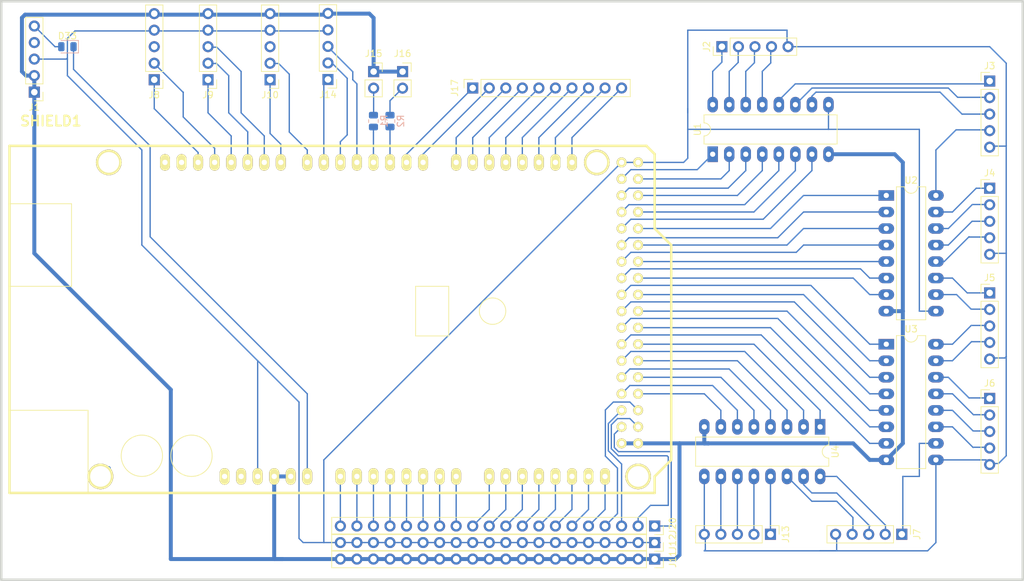
<source format=kicad_pcb>
(kicad_pcb (version 20221018) (generator pcbnew)
  (title_block (date "3 jan 2013"))
  (layers (0 "F.Cu" signal "Zepředu") (31 "B.Cu" signal "Zpět") (35 "F.Paste" user) (37 "F.SilkS" user "F.Silkscreen") (39 "F.Mask" user) (44 "Edge.Cuts" user))
  (net 0 "")
  (net 1 "Net-(SHIELD1-PA6)")
  (net 2 "Net-(SHIELD1-PA5)")
  (net 3 "Net-(SHIELD1-PA4)")
  (net 4 "Net-(SHIELD1-PA3)")
  (net 5 "Net-(SHIELD1-PA2)")
  (net 6 "Net-(SHIELD1-PA1)")
  (net 7 "Net-(SHIELD1-PA0)")
  (net 12 "Net-(D33-A)")
  (net 14 "Net-(J10-Pin_4)")
  (net 15 "Net-(SHIELD1-PA7)")
  (net 16 "Net-(SHIELD1-PC7)")
  (net 17 "Net-(SHIELD1-PC6)")
  (net 18 "Net-(SHIELD1-PC5)")
  (net 19 "Net-(SHIELD1-PC4)")
  (net 20 "Net-(SHIELD1-PC3)")
  (net 21 "Net-(SHIELD1-PC2)")
  (net 22 "Net-(SHIELD1-PC1)")
  (net 23 "Net-(SHIELD1-PC0)")
  (net 24 "Net-(SHIELD1-PD7)")
  (net 25 "Net-(SHIELD1-PG2)")
  (net 26 "Net-(SHIELD1-PG1)")
  (net 27 "Net-(SHIELD1-PG0)")
  (net 28 "Net-(SHIELD1-PL7)")
  (net 29 "Net-(SHIELD1-PL6)")
  (net 30 "Net-(SHIELD1-PL5)")
  (net 31 "Net-(SHIELD1-PL4)")
  (net 32 "Net-(J3-Pin_3)")
  (net 33 "Net-(J3-Pin_2)")
  (net 34 "Net-(J3-Pin_1)")
  (net 35 "Net-(J2-Pin_4)")
  (net 36 "Net-(J2-Pin_3)")
  (net 37 "Net-(J2-Pin_2)")
  (net 38 "Net-(J2-Pin_1)")
  (net 39 "Net-(J5-Pin_2)")
  (net 40 "Net-(J5-Pin_1)")
  (net 41 "Net-(J4-Pin_4)")
  (net 42 "Net-(J4-Pin_3)")
  (net 43 "Net-(J4-Pin_2)")
  (net 44 "Net-(J4-Pin_1)")
  (net 45 "Net-(J3-Pin_4)")
  (net 46 "Net-(J7-Pin_1)")
  (net 47 "Net-(J6-Pin_4)")
  (net 48 "Net-(J6-Pin_3)")
  (net 49 "Net-(J6-Pin_2)")
  (net 50 "Net-(J6-Pin_1)")
  (net 51 "Net-(J5-Pin_4)")
  (net 52 "Net-(J5-Pin_3)")
  (net 53 "Net-(J7-Pin_4)")
  (net 54 "Net-(J7-Pin_3)")
  (net 55 "Net-(J7-Pin_2)")
  (net 56 "Net-(D33-K)")
  (net 57 "Net-(J8-Pin_1)")
  (net 58 "Net-(J8-Pin_2)")
  (net 60 "Net-(J9-Pin_1)")
  (net 61 "Net-(J9-Pin_2)")
  (net 62 "Net-(J9-Pin_3)")
  (net 63 "Net-(J10-Pin_1)")
  (net 64 "Net-(J10-Pin_2)")
  (net 66 "Net-(J14-Pin_1)")
  (net 67 "Net-(J14-Pin_2)")
  (net 68 "Net-(J14-Pin_3)")
  (net 69 "Net-(J13-Pin_1)")
  (net 70 "Net-(J13-Pin_2)")
  (net 71 "Net-(J13-Pin_3)")
  (net 72 "Net-(J13-Pin_4)")
  (net 73 "Net-(SHIELD1-PL3)")
  (net 74 "Net-(SHIELD1-PL2)")
  (net 75 "Net-(SHIELD1-PL1)")
  (net 76 "Net-(J15-Pin_2)")
  (net 77 "Net-(J16-Pin_2)")
  (net 78 "Net-(R1-Pad1)")
  (net 79 "Net-(R2-Pad1)")
  (net 80 "Net-(J17-Pin_1)")
  (net 81 "Net-(J17-Pin_2)")
  (net 82 "Net-(J17-Pin_3)")
  (net 83 "Net-(J17-Pin_4)")
  (net 84 "Net-(J17-Pin_5)")
  (net 85 "Net-(J17-Pin_6)")
  (net 86 "Net-(J17-Pin_7)")
  (net 87 "Net-(J17-Pin_8)")
  (net 88 "Net-(J17-Pin_9)")
  (net 89 "Net-(J17-Pin_10)")
  (net 90 "Net-(J20-Pin_1)")
  (net 91 "Net-(J20-Pin_2)")
  (net 92 "Net-(J20-Pin_3)")
  (net 93 "Net-(J20-Pin_4)")
  (net 94 "Net-(J20-Pin_5)")
  (net 95 "Net-(J20-Pin_6)")
  (net 96 "Net-(J20-Pin_7)")
  (net 97 "Net-(J20-Pin_8)")
  (net 98 "Net-(J20-Pin_9)")
  (net 99 "Net-(J20-Pin_10)")
  (net 100 "Net-(J20-Pin_11)")
  (net 101 "Net-(J20-Pin_12)")
  (net 102 "Net-(J20-Pin_13)")
  (net 103 "Net-(J20-Pin_14)")
  (net 104 "Net-(J20-Pin_15)")
  (net 105 "Net-(J20-Pin_16)")
  (net 106 "Net-(J20-Pin_17)")
  (net 107 "Net-(J20-Pin_18)")
  (net 108 "Net-(J20-Pin_19)")
  (net 109 "Net-(J20-Pin_20)")
  (net 110 "Net-(SHIELD1-PL0)")
  (net 111 "Net-(J10-Pin_5)")
  (footprint "ARDUINO_MEGA_SHIELD" (layer "F.Cu") (at 13.97 91.44)
    (fp_text reference "SHIELD1")
    (fp_text value "ARDUINO_MEGA_SHIELD" hide)
  )
  (footprint "Connector_PinHeader_2.54mm:PinHeader_1x05_P2.54mm_Vertical" (layer "F.Cu") (at 130.81 97.79 -90)
    (fp_text reference "J13")
    (fp_text value "Conn_01x05_Pin")
  )
  (footprint "Package_DIP:DIP-16_W7.62mm_LongPads" (layer "F.Cu") (at 138.43 81.28 -90)
    (fp_text reference "U4")
    (fp_text value "ULN2003A")
  )
  (footprint "Connector_PinSocket_2.54mm:PinSocket_1x02_P2.54mm_Vertical" (layer "F.Cu") (at 74.32 26.69)
    (fp_text reference "J16")
    (fp_text value "Conn_01x02")
  )
  (footprint "Connector_PinHeader_2.54mm:PinHeader_1x05_P2.54mm_Vertical" (layer "F.Cu") (at 17.78 29.845 180)
    (fp_text reference "J1")
    (fp_text value "SIL5")
  )
  (footprint "Connector_PinHeader_2.54mm:PinHeader_1x05_P2.54mm_Vertical" (layer "F.Cu") (at 164.465 44.61)
    (fp_text reference "J4")
    (fp_text value "Conn_01x05_Pin")
  )
  (footprint "Connector_PinSocket_2.54mm:PinSocket_1x02_P2.54mm_Vertical" (layer "F.Cu") (at 69.875 26.69)
    (fp_text reference "J15")
    (fp_text value "Conn_01x02")
  )
  (footprint "Package_DIP:DIP-16_W7.62mm_LongPads" (layer "F.Cu") (at 148.59 45.72)
    (fp_text reference "U2")
    (fp_text value "ULN2003A")
  )
  (footprint "Connector_PinHeader_2.54mm:PinHeader_1x05_P2.54mm_Vertical" (layer "F.Cu") (at 123.35 22.86 90)
    (fp_text reference "J2")
    (fp_text value "Conn_01x05_Pin")
  )
  (footprint "Connector_PinSocket_2.54mm:PinSocket_1x10_P2.54mm_Vertical" (layer "F.Cu") (at 85.09 29.21 90)
    (fp_text reference "J17")
    (fp_text value "Conn_01x10")
  )
  (footprint "Connector_PinHeader_2.54mm:PinHeader_1x05_P2.54mm_Vertical" (layer "F.Cu") (at 44.45 27.94 180)
    (fp_text reference "J9")
    (fp_text value "Conn_01x05_Pin")
  )
  (footprint "Connector_PinHeader_2.54mm:PinHeader_1x05_P2.54mm_Vertical" (layer "F.Cu") (at 164.465 28.14)
    (fp_text reference "J3")
    (fp_text value "Conn_01x05_Pin")
  )
  (footprint "Connector_PinHeader_2.54mm:PinHeader_1x05_P2.54mm_Vertical" (layer "F.Cu") (at 62.865 27.9 180)
    (fp_text reference "J14")
    (fp_text value "Conn_01x05_Pin")
  )
  (footprint "Package_DIP:DIP-16_W7.62mm_LongPads" (layer "F.Cu") (at 148.59 68.58)
    (fp_text reference "U3")
    (fp_text value "ULN2003A")
  )
  (footprint "Connector_PinHeader_2.54mm:PinHeader_1x05_P2.54mm_Vertical" (layer "F.Cu") (at 164.465 60.695)
    (fp_text reference "J5")
    (fp_text value "Conn_01x05_Pin")
  )
  (footprint "Connector_PinHeader_2.54mm:PinHeader_1x05_P2.54mm_Vertical" (layer "F.Cu") (at 53.975 27.94 180)
    (fp_text reference "J10")
    (fp_text value "Conn_01x05_Pin")
  )
  (footprint "Connector_PinSocket_2.54mm:PinSocket_1x20_P2.54mm_Vertical" (layer "F.Cu") (at 113.03 96.52 -90)
    (fp_text reference "J20")
    (fp_text value "Conn_01x20")
  )
  (footprint "Connector_PinSocket_2.54mm:PinSocket_1x20_P2.54mm_Vertical" (layer "F.Cu") (at 113.03 99.06 -90)
    (fp_text reference "J12")
    (fp_text value "Conn_01x20")
  )
  (footprint "Connector_PinHeader_2.54mm:PinHeader_1x05_P2.54mm_Vertical" (layer "F.Cu") (at 150.97 97.79 -90)
    (fp_text reference "J7")
    (fp_text value "Conn_01x05_Pin")
  )
  (footprint "Package_DIP:DIP-16_W7.62mm_LongPads" (layer "F.Cu") (at 121.935 39.385 90)
    (fp_text reference "U1")
    (fp_text value "ULN2003A")
  )
  (footprint "Connector_PinSocket_2.54mm:PinSocket_1x20_P2.54mm_Vertical" (layer "F.Cu") (at 113.03 101.6 -90)
    (fp_text reference "J11")
    (fp_text value "Conn_01x20")
  )
  (footprint "Connector_PinHeader_2.54mm:PinHeader_1x05_P2.54mm_Vertical" (layer "F.Cu") (at 164.465 76.915)
    (fp_text reference "J6")
    (fp_text value "Conn_01x05_Pin")
  )
  (footprint "Connector_PinHeader_2.54mm:PinHeader_1x05_P2.54mm_Vertical" (layer "F.Cu") (at 36.195 27.94 180)
    (fp_text reference "J8")
    (fp_text value "Conn_01x05_Pin")
  )
  (footprint "Resistor_SMD:R_0805_2012Metric" (layer "B.Cu") (at 72.39 34.29 90)
    (fp_text reference "R2")
    (fp_text value "R")
  )
  (footprint "Resistor_SMD:R_0805_2012Metric" (layer "B.Cu") (at 69.85 34.29 90)
    (fp_text reference "R1")
    (fp_text value "R")
  )
  (footprint "Diode_SMD:D_0805_2012Metric" (layer "B.Cu") (at 22.86 22.86 180)
    (fp_text reference "D33")
    (fp_text value "DIODE")
  )
  (gr_rect (start 12.7 15.875) (end 169.545 104.775) (stroke (width 0.381)) (fill none) (layer "Edge.Cuts"))
  (segment (start 107.95 50.8) (end 109.3724 49.3776) (width 0.2032) (layer "B.Cu") (net 1))
  (segment (start 109.3724 49.3776) (end 129.6924 49.3776) (width 0.2032) (layer "B.Cu") (net 1))
  (segment (start 137.175 41.895) (end 137.175 39.385) (width 0.2032) (layer "B.Cu") (net 1))
  (segment (start 129.6924 49.3776) (end 137.175 41.895) (width 0.2032) (layer "B.Cu") (net 1))
  (segment (start 128.27 48.26) (end 134.635 41.895) (width 0.2032) (layer "B.Cu") (net 2))
  (segment (start 134.635 41.895) (end 134.635 39.385) (width 0.2032) (layer "B.Cu") (net 2))
  (segment (start 110.49 48.26) (end 128.27 48.26) (width 0.2032) (layer "B.Cu") (net 2))
  (segment (start 126.8476 47.1424) (end 132.095 41.895) (width 0.2032) (layer "B.Cu") (net 3))
  (segment (start 107.95 48.26) (end 109.0676 47.1424) (width 0.2032) (layer "B.Cu") (net 3))
  (segment (start 109.0676 47.1424) (end 126.8476 47.1424) (width 0.2032) (layer "B.Cu") (net 3))
  (segment (start 132.095 41.895) (end 132.095 39.385) (width 0.2032) (layer "B.Cu") (net 3))
  (segment (start 110.49 45.72) (end 125.73 45.72) (width 0.2032) (layer "B.Cu") (net 4))
  (segment (start 129.555 41.895) (end 129.555 39.385) (width 0.2032) (layer "B.Cu") (net 4))
  (segment (start 125.73 45.72) (end 129.555 41.895) (width 0.2032) (layer "B.Cu") (net 4))
  (segment (start 107.95 45.72) (end 109.0676 44.6024) (width 0.2032) (layer "B.Cu") (net 5))
  (segment (start 127.015 41.895) (end 127.015 39.385) (width 0.2032) (layer "B.Cu") (net 5))
  (segment (start 124.3076 44.6024) (end 127.015 41.895) (width 0.2032) (layer "B.Cu") (net 5))
  (segment (start 109.0676 44.6024) (end 124.3076 44.6024) (width 0.2032) (layer "B.Cu") (net 5))
  (segment (start 110.49 43.18) (end 123.19 43.18) (width 0.2032) (layer "B.Cu") (net 6))
  (segment (start 124.475 41.895) (end 124.475 39.385) (width 0.2032) (layer "B.Cu") (net 6))
  (segment (start 123.19 43.18) (end 124.475 41.895) (width 0.2032) (layer "B.Cu") (net 6))
  (segment (start 119.5624 41.7576) (end 121.935 39.385) (width 0.2032) (layer "B.Cu") (net 7))
  (segment (start 109.3724 41.7576) (end 119.5624 41.7576) (width 0.2032) (layer "B.Cu") (net 7))
  (segment (start 107.95 43.18) (end 109.3724 41.7576) (width 0.2032) (layer "B.Cu") (net 7))
  (segment (start 17.78 19.685) (end 20.955 22.86) (width 0.2032) (layer "B.Cu") (net 12))
  (segment (start 20.955 22.86) (end 21.9225 22.86) (width 0.2032) (layer "B.Cu") (net 12))
  (segment (start 34.29 38.735) (end 34.29 53.34) (width 0.2032) (layer "B.Cu") (net 14))
  (segment (start 139.7 35.56) (end 118.11 35.56) (width 0.2032) (layer "B.Cu") (net 14))
  (segment (start 118.11 32.385) (end 118.11 20.32) (width 0.2032) (layer "B.Cu") (net 14))
  (segment (start 52.07 71.12) (end 58.42 77.47) (width 0.2032) (layer "B.Cu") (net 14))
  (segment (start 138.43 100.33) (end 140.97 100.33) (width 0.2032) (layer "B.Cu") (net 14))
  (segment (start 167.005 38.1) (end 167.005 25.4) (width 0.2032) (layer "B.Cu") (net 14))
  (segment (start 140.97 100.33) (end 140.97 97.79) (width 0.2032) (layer "B.Cu") (net 14))
  (segment (start 164.465 70.695) (end 166.795 70.695) (width 0.2032) (layer "B.Cu") (net 14))
  (segment (start 139.715 35.545) (end 139.7 35.56) (width 0.2032) (layer "B.Cu") (net 14))
  (segment (start 62.23 99.06) (end 62.23 86.36) (width 0.2032) (layer "B.Cu") (net 14))
  (segment (start 120.65 100.33) (end 138.43 100.33) (width 0.2032) (layer "B.Cu") (net 14))
  (segment (start 118.11 20.32) (end 133.35 20.32) (width 0.2032) (layer "B.Cu") (net 14))
  (segment (start 120.81 100.17) (end 120.65 100.33) (width 0.2032) (layer "B.Cu") (net 14))
  (segment (start 153.67 63.5) (end 153.67 35.56) (width 0.2032) (layer "B.Cu") (net 14))
  (segment (start 133.35 20.32) (end 133.35 21.59) (width 0.2032) (layer "B.Cu") (net 14))
  (segment (start 164.465 54.61) (end 167.005 54.61) (width 0.2032) (layer "B.Cu") (net 14))
  (segment (start 99.82 99.045) (end 99.805 99.06) (width 0.2032) (layer "B.Cu") (net 14))
  (segment (start 120.65 88.9) (end 120.65 97.63) (width 0.2032) (layer "B.Cu") (net 14))
  (segment (start 166.795 70.695) (end 167.005 70.485) (width 0.2032) (layer "B.Cu") (net 14))
  (segment (start 118.11 40.005) (end 118.11 35.56) (width 0.2032) (layer "B.Cu") (net 14))
  (segment (start 120.65 97.63) (end 120.81 97.79) (width 0.2032) (layer "B.Cu") (net 14))
  (segment (start 118.11 33.02) (end 118.11 32.385) (width 0.2032) (layer "B.Cu") (net 14))
  (segment (start 163.91 86.36) (end 164.465 86.915) (width 0.2032) (layer "B.Cu") (net 14))
  (segment (start 24.01 20.44) (end 22.86 21.59) (width 0.2032) (layer "B.Cu") (net 14))
  (segment (start 17.78 24.765) (end 22.86 24.765) (width 0.2032) (layer "B.Cu") (net 14))
  (segment (start 153.67 35.56) (end 139.7 35.56) (width 0.2032) (layer "B.Cu") (net 14))
  (segment (start 164.465 38.14) (end 166.965 38.14) (width 0.2032) (layer "B.Cu") (net 14))
  (segment (start 133.35 22.86) (end 164.465 22.86) (width 0.2032) (layer "B.Cu") (net 14))
  (segment (start 117.475 40.64) (end 118.11 40.005) (width 0.2032) (layer "B.Cu") (net 14))
  (segment (start 110.49 40.64) (end 117.475 40.64) (width 0.2032) (layer "B.Cu") (net 14))
  (segment (start 44.45 20.44) (end 53.975 20.44) (width 0.2032) (layer "B.Cu") (net 14))
  (segment (start 154.94 100.33) (end 138.43 100.33) (width 0.2032) (layer "B.Cu") (net 14))
  (segment (start 164.465 71) (end 164.625 71.16) (width 0.2032) (layer "B.Cu") (net 14))
  (segment (start 22.86 21.59) (end 22.86 24.765) (width 0.2032) (layer "B.Cu") (net 14))
  (segment (start 59.055 99.06) (end 62.23 99.06) (width 0.2032) (layer "B.Cu") (net 14))
  (segment (start 133.35 21.59) (end 133.35 22.86) (width 0.2032) (layer "B.Cu") (net 14))
  (segment (start 109.305 99.06) (end 113.905 99.06) (width 0.2032) (layer "B.Cu") (net 14))
  (segment (start 165.815 86.915) (end 167.005 85.725) (width 0.2032) (layer "B.Cu") (net 14))
  (segment (start 167.005 85.725) (end 167.005 70.485) (width 0.2032) (layer "B.Cu") (net 14))
  (segment (start 118.11 35.56) (end 118.11 32.385) (width 0.2032) (layer "B.Cu") (net 14))
  (segment (start 164.465 86.915) (end 165.815 86.915) (width 0.2032) (layer "B.Cu") (net 14))
  (segment (start 120.81 97.79) (end 120.81 100.17) (width 0.2032) (layer "B.Cu") (net 14))
  (segment (start 22.86 27.305) (end 34.29 38.735) (width 0.2032) (layer "B.Cu") (net 14))
  (segment (start 58.42 77.47) (end 58.42 98.425) (width 0.2032) (layer "B.Cu") (net 14))
  (segment (start 156.33 86.24) (end 156.21 86.36) (width 0.2032) (layer "B.Cu") (net 14))
  (segment (start 104.38 99.06) (end 109.305 99.06) (width 0.2032) (layer "B.Cu") (net 14))
  (segment (start 107.95 40.64) (end 110.49 40.64) (width 0.2032) (layer "B.Cu") (net 14))
  (segment (start 36.195 20.44) (end 24.01 20.44) (width 0.2032) (layer "B.Cu") (net 14))
  (segment (start 156.21 99.06) (end 154.94 100.33) (width 0.2032) (layer "B.Cu") (net 14))
  (segment (start 156.21 86.36) (end 163.91 86.36) (width 0.2032) (layer "B.Cu") (net 14))
  (segment (start 156.21 86.36) (end 156.21 99.06) (width 0.2032) (layer "B.Cu") (net 14))
  (segment (start 52.07 71.12) (end 52.07 88.9) (width 0.2032) (layer "B.Cu") (net 14))
  (segment (start 36.195 20.44) (end 44.45 20.44) (width 0.2032) (layer "B.Cu") (net 14))
  (segment (start 139.715 31.765) (end 139.715 35.545) (width 0.2032) (layer "B.Cu") (net 14))
  (segment (start 62.23 99.06) (end 104.38 99.06) (width 0.2032) (layer "B.Cu") (net 14))
  (segment (start 53.975 20.44) (end 62.825 20.44) (width 0.2032) (layer "B.Cu") (net 14))
  (segment (start 22.86 24.765) (end 22.7656 24.6706) (width 0.2032) (layer "B.Cu") (net 14))
  (segment (start 167.005 70.485) (end 167.005 54.61) (width 0.2032) (layer "B.Cu") (net 14))
  (segment (start 100.09 99.06) (end 104.38 99.06) (width 0.2032) (layer "B.Cu") (net 14))
  (segment (start 100.57 99.06) (end 99.805 99.06) (width 0.2032) (layer "B.Cu") (net 14))
  (segment (start 167.005 54.61) (end 167.005 38.1) (width 0.2032) (layer "B.Cu") (net 14))
  (segment (start 166.965 38.14) (end 167.005 38.1) (width 0.2032) (layer "B.Cu") (net 14))
  (segment (start 34.29 53.34) (end 52.07 71.12) (width 0.2032) (layer "B.Cu") (net 14))
  (segment (start 156.21 63.5) (end 153.67 63.5) (width 0.2032) (layer "B.Cu") (net 14))
  (segment (start 133.3616 21.5784) (end 133.35 21.59) (width 0.2032) (layer "B.Cu") (net 14))
  (segment (start 62.23 86.36) (end 107.95 40.64) (width 0.2032) (layer "B.Cu") (net 14))
  (segment (start 22.86 24.765) (end 22.86 27.305) (width 0.2032) (layer "B.Cu") (net 14))
  (segment (start 62.825 20.44) (end 62.865 20.4) (width 0.2032) (layer "B.Cu") (net 14))
  (segment (start 164.465 22.86) (end 167.005 25.4) (width 0.2032) (layer "B.Cu") (net 14))
  (segment (start 58.42 98.425) (end 59.055 99.06) (width 0.2032) (layer "B.Cu") (net 14))
  (segment (start 135.89 45.72) (end 148.59 45.72) (width 0.2032) (layer "B.Cu") (net 15))
  (segment (start 130.81 50.8) (end 135.89 45.72) (width 0.2032) (layer "B.Cu") (net 15))
  (segment (start 110.49 50.8) (end 130.81 50.8) (width 0.2032) (layer "B.Cu") (net 15))
  (segment (start 131.9276 52.2224) (end 135.89 48.26) (width 0.2032) (layer "B.Cu") (net 16))
  (segment (start 107.95 53.34) (end 109.0676 52.2224) (width 0.2032) (layer "B.Cu") (net 16))
  (segment (start 135.89 48.26) (end 148.59 48.26) (width 0.2032) (layer "B.Cu") (net 16))
  (segment (start 109.0676 52.2224) (end 131.9276 52.2224) (width 0.2032) (layer "B.Cu") (net 16))
  (segment (start 110.49 53.34) (end 133.35 53.34) (width 0.2032) (layer "B.Cu") (net 17))
  (segment (start 135.89 50.8) (end 148.59 50.8) (width 0.2032) (layer "B.Cu") (net 17))
  (segment (start 133.35 53.34) (end 135.89 50.8) (width 0.2032) (layer "B.Cu") (net 17))
  (segment (start 109.3724 54.4576) (end 134.7724 54.4576) (width 0.2032) (layer "B.Cu") (net 18))
  (segment (start 135.89 53.34) (end 148.59 53.34) (width 0.2032) (layer "B.Cu") (net 18))
  (segment (start 134.7724 54.4576) (end 135.89 53.34) (width 0.2032) (layer "B.Cu") (net 18))
  (segment (start 107.95 55.88) (end 109.3724 54.4576) (width 0.2032) (layer "B.Cu") (net 18))
  (segment (start 110.49 55.88) (end 148.59 55.88) (width 0.2032) (layer "B.Cu") (net 19))
  (segment (start 107.95 58.42) (end 109.3724 56.9976) (width 0.2032) (layer "B.Cu") (net 20))
  (segment (start 144.6276 56.9976) (end 146.05 58.42) (width 0.2032) (layer "B.Cu") (net 20))
  (segment (start 109.3724 56.9976) (end 144.6276 56.9976) (width 0.2032) (layer "B.Cu") (net 20))
  (segment (start 146.05 58.42) (end 148.59 58.42) (width 0.2032) (layer "B.Cu") (net 20))
  (segment (start 146.05 60.96) (end 148.59 60.96) (width 0.2032) (layer "B.Cu") (net 21))
  (segment (start 143.51 58.42) (end 146.05 60.96) (width 0.2032) (layer "B.Cu") (net 21))
  (segment (start 110.49 58.42) (end 143.51 58.42) (width 0.2032) (layer "B.Cu") (net 21))
  (segment (start 137.0076 59.5376) (end 146.05 68.58) (width 0.2032) (layer "B.Cu") (net 22))
  (segment (start 107.95 60.96) (end 109.3724 59.5376) (width 0.2032) (layer "B.Cu") (net 22))
  (segment (start 146.05 68.58) (end 148.59 68.58) (width 0.2032) (layer "B.Cu") (net 22))
  (segment (start 109.3724 59.5376) (end 137.0076 59.5376) (width 0.2032) (layer "B.Cu") (net 22))
  (segment (start 146.05 71.12) (end 148.59 71.12) (width 0.2032) (layer "B.Cu") (net 23))
  (segment (start 135.89 60.96) (end 146.05 71.12) (width 0.2032) (layer "B.Cu") (net 23))
  (segment (start 110.49 60.96) (end 135.89 60.96) (width 0.2032) (layer "B.Cu") (net 23))
  (segment (start 109.3724 62.0776) (end 134.4676 62.0776) (width 0.2032) (layer "B.Cu") (net 24))
  (segment (start 107.95 63.5) (end 109.3724 62.0776) (width 0.2032) (layer "B.Cu") (net 24))
  (segment (start 134.4676 62.0776) (end 146.05 73.66) (width 0.2032) (layer "B.Cu") (net 24))
  (segment (start 146.05 73.66) (end 148.59 73.66) (width 0.2032) (layer "B.Cu") (net 24))
  (segment (start 110.49 63.5) (end 133.35 63.5) (width 0.2032) (layer "B.Cu") (net 25))
  (segment (start 133.35 63.5) (end 146.05 76.2) (width 0.2032) (layer "B.Cu") (net 25))
  (segment (start 146.05 76.2) (end 148.59 76.2) (width 0.2032) (layer "B.Cu") (net 25))
  (segment (start 109.3724 64.6176) (end 131.9276 64.6176) (width 0.2032) (layer "B.Cu") (net 26))
  (segment (start 131.9276 64.6176) (end 146.05 78.74) (width 0.2032) (layer "B.Cu") (net 26))
  (segment (start 107.95 66.04) (end 109.3724 64.6176) (width 0.2032) (layer "B.Cu") (net 26))
  (segment (start 146.05 78.74) (end 148.59 78.74) (width 0.2032) (layer "B.Cu") (net 26))
  (segment (start 130.81 66.04) (end 146.05 81.28) (width 0.2032) (layer "B.Cu") (net 27))
  (segment (start 110.49 66.04) (end 130.81 66.04) (width 0.2032) (layer "B.Cu") (net 27))
  (segment (start 146.05 81.28) (end 148.59 81.28) (width 0.2032) (layer "B.Cu") (net 27))
  (segment (start 146.05 83.82) (end 148.59 83.82) (width 0.2032) (layer "B.Cu") (net 28))
  (segment (start 109.3724 67.1576) (end 129.3876 67.1576) (width 0.2032) (layer "B.Cu") (net 28))
  (segment (start 129.3876 67.1576) (end 146.05 83.82) (width 0.2032) (layer "B.Cu") (net 28))
  (segment (start 107.95 68.58) (end 109.3724 67.1576) (width 0.2032) (layer "B.Cu") (net 28))
  (segment (start 138.43 78.74) (end 138.43 81.28) (width 0.2032) (layer "B.Cu") (net 29))
  (segment (start 128.27 68.58) (end 138.43 78.74) (width 0.2032) (layer "B.Cu") (net 29))
  (segment (start 110.49 68.58) (end 128.27 68.58) (width 0.2032) (layer "B.Cu") (net 29))
  (segment (start 126.8476 69.6976) (end 135.89 78.74) (width 0.2032) (layer "B.Cu") (net 30))
  (segment (start 135.89 78.74) (end 135.89 81.28) (width 0.2032) (layer "B.Cu") (net 30))
  (segment (start 107.95 71.12) (end 109.3724 69.6976) (width 0.2032) (layer "B.Cu") (net 30))
  (segment (start 109.3724 69.6976) (end 126.8476 69.6976) (width 0.2032) (layer "B.Cu") (net 30))
  (segment (start 133.35 78.74) (end 133.35 81.28) (width 0.2032) (layer "B.Cu") (net 31))
  (segment (start 125.73 71.12) (end 133.35 78.74) (width 0.2032) (layer "B.Cu") (net 31))
  (segment (start 110.49 71.12) (end 125.73 71.12) (width 0.2032) (layer "B.Cu") (net 31))
  (segment (start 160.22 33.22) (end 164.465 33.22) (width 0.2032) (layer "B.Cu") (net 32))
  (segment (start 137.795 29.845) (end 156.845 29.845) (width 0.2032) (layer "B.Cu") (net 32))
  (segment (start 156.845 29.845) (end 160.22 33.22) (width 0.2032) (layer "B.Cu") (net 32))
  (segment (start 137.175 30.465) (end 137.795 29.845) (width 0.2032) (layer "B.Cu") (net 32))
  (segment (start 137.175 31.765) (end 137.175 30.465) (width 0.2032) (layer "B.Cu") (net 32))
  (segment (start 158.115 29.21) (end 137.19 29.21) (width 0.2032) (layer "B.Cu") (net 33))
  (segment (start 137.19 29.21) (end 134.635 31.765) (width 0.2032) (layer "B.Cu") (net 33))
  (segment (start 159.545 30.64) (end 158.115 29.21) (width 0.2032) (layer "B.Cu") (net 33))
  (segment (start 164.465 30.64) (end 159.545 30.64) (width 0.2032) (layer "B.Cu") (net 33))
  (segment (start 164.03 28.575) (end 164.465 28.14) (width 0.2032) (layer "B.Cu") (net 34))
  (segment (start 132.095 31.765) (end 132.095 31.1) (width 0.2032) (layer "B.Cu") (net 34))
  (segment (start 132.095 31.1) (end 134.62 28.575) (width 0.2032) (layer "B.Cu") (net 34))
  (segment (start 134.62 28.575) (end 164.03 28.575) (width 0.2032) (layer "B.Cu") (net 34))
  (segment (start 129.555 26.655) (end 130.85 25.36) (width 0.2032) (layer "B.Cu") (net 35))
  (segment (start 129.555 31.765) (end 129.555 26.655) (width 0.2032) (layer "B.Cu") (net 35))
  (segment (start 130.85 25.36) (end 130.85 22.86) (width 0.2032) (layer "B.Cu") (net 35))
  (segment (start 127.015 31.765) (end 127.015 26.655) (width 0.2032) (layer "B.Cu") (net 36))
  (segment (start 127.015 26.655) (end 128.35 25.32) (width 0.2032) (layer "B.Cu") (net 36))
  (segment (start 128.35 25.32) (end 128.35 22.86) (width 0.2032) (layer "B.Cu") (net 36))
  (segment (start 125.85 25.28) (end 125.85 22.86) (width 0.2032) (layer "B.Cu") (net 37))
  (segment (start 124.475 31.765) (end 124.475 26.655) (width 0.2032) (layer "B.Cu") (net 37))
  (segment (start 124.475 26.655) (end 125.85 25.28) (width 0.2032) (layer "B.Cu") (net 37))
  (segment (start 121.935 31.765) (end 121.935 26.655) (width 0.2032) (layer "B.Cu") (net 38))
  (segment (start 121.935 26.655) (end 123.35 25.24) (width 0.2032) (layer "B.Cu") (net 38))
  (segment (start 123.35 25.24) (end 123.35 22.86) (width 0.2032) (layer "B.Cu") (net 38))
  (segment (start 161.62 63.195) (end 164.465 63.195) (width 0.2032) (layer "B.Cu") (net 39))
  (segment (start 164.425 63.54) (end 164.465 63.5) (width 0.2032) (layer "B.Cu") (net 39))
  (segment (start 156.21 60.96) (end 159.385 60.96) (width 0.2032) (layer "B.Cu") (net 39))
  (segment (start 159.385 60.96) (end 161.62 63.195) (width 0.2032) (layer "B.Cu") (net 39))
  (segment (start 164.465 60.695) (end 161.025 60.695) (width 0.2032) (layer "B.Cu") (net 40))
  (segment (start 161.025 60.695) (end 158.75 58.42) (width 0.2032) (layer "B.Cu") (net 40))
  (segment (start 158.75 58.42) (end 156.21 58.42) (width 0.2032) (layer "B.Cu") (net 40))
  (segment (start 161.33 52.11) (end 164.465 52.11) (width 0.2032) (layer "B.Cu") (net 41))
  (segment (start 157.48 55.88) (end 161.29 52.07) (width 0.2032) (layer "B.Cu") (net 41))
  (segment (start 161.29 52.07) (end 161.33 52.11) (width 0.2032) (layer "B.Cu") (net 41))
  (segment (start 156.21 55.88) (end 157.48 55.88) (width 0.2032) (layer "B.Cu") (net 41))
  (segment (start 164.465 49.69) (end 161.765 49.69) (width 0.2032) (layer "B.Cu") (net 42))
  (segment (start 156.21 53.34) (end 158.115 53.34) (width 0.2032) (layer "B.Cu") (net 42))
  (segment (start 161.765 49.69) (end 158.115 53.34) (width 0.2032) (layer "B.Cu") (net 42))
  (segment (start 156.21 50.8) (end 158.115 50.8) (width 0.2032) (layer "B.Cu") (net 43))
  (segment (start 161.805 47.11) (end 164.465 47.11) (width 0.2032) (layer "B.Cu") (net 43))
  (segment (start 158.115 50.8) (end 161.805 47.11) (width 0.2032) (layer "B.Cu") (net 43))
  (segment (start 162.4 44.61) (end 164.465 44.61) (width 0.2032) (layer "B.Cu") (net 44))
  (segment (start 158.75 48.26) (end 162.4 44.61) (width 0.2032) (layer "B.Cu") (net 44))
  (segment (start 156.21 48.26) (end 158.75 48.26) (width 0.2032) (layer "B.Cu") (net 44))
  (segment (start 156.21 38.735) (end 159.305 35.64) (width 0.2032) (layer "B.Cu") (net 45))
  (segment (start 156.21 45.72) (end 156.21 38.735) (width 0.2032) (layer "B.Cu") (net 45))
  (segment (start 159.305 35.64) (end 164.465 35.64) (width 0.2032) (layer "B.Cu") (net 45))
  (segment (start 153.67 83.82) (end 156.21 83.82) (width 0.2032) (layer "B.Cu") (net 46))
  (segment (start 151.13 97.63) (end 150.97 97.79) (width 0.2032) (layer "B.Cu") (net 46))
  (segment (start 151.13 88.9) (end 153.67 88.9) (width 0.2032) (layer "B.Cu") (net 46))
  (segment (start 153.67 88.9) (end 153.67 83.82) (width 0.2032) (layer "B.Cu") (net 46))
  (segment (start 151.13 88.9) (end 151.13 97.63) (width 0.2032) (layer "B.Cu") (net 46))
  (segment (start 161.925 84.455) (end 161.965 84.415) (width 0.2032) (layer "B.Cu") (net 47))
  (segment (start 158.75 81.28) (end 161.925 84.455) (width 0.2032) (layer "B.Cu") (net 47))
  (segment (start 161.965 84.415) (end 164.465 84.415) (width 0.2032) (layer "B.Cu") (net 47))
  (segment (start 156.21 81.28) (end 158.75 81.28) (width 0.2032) (layer "B.Cu") (net 47))
  (segment (start 156.21 78.74) (end 158.75 78.74) (width 0.2032) (layer "B.Cu") (net 48))
  (segment (start 161.925 81.915) (end 164.465 81.915) (width 0.2032) (layer "B.Cu") (net 48))
  (segment (start 158.75 78.74) (end 161.925 81.915) (width 0.2032) (layer "B.Cu") (net 48))
  (segment (start 161.965 79.415) (end 164.465 79.415) (width 0.2032) (layer "B.Cu") (net 49))
  (segment (start 156.21 76.2) (end 158.75 76.2) (width 0.2032) (layer "B.Cu") (net 49))
  (segment (start 158.75 76.2) (end 161.965 79.415) (width 0.2032) (layer "B.Cu") (net 49))
  (segment (start 164.385 76.835) (end 164.465 76.915) (width 0.2032) (layer "B.Cu") (net 50))
  (segment (start 158.115 73.66) (end 161.29 76.835) (width 0.2032) (layer "B.Cu") (net 50))
  (segment (start 156.21 73.66) (end 158.115 73.66) (width 0.2032) (layer "B.Cu") (net 50))
  (segment (start 161.29 76.835) (end 164.385 76.835) (width 0.2032) (layer "B.Cu") (net 50))
  (segment (start 156.21 71.12) (end 158.75 71.12) (width 0.2032) (layer "B.Cu") (net 51))
  (segment (start 158.75 71.12) (end 161.675 68.195) (width 0.2032) (layer "B.Cu") (net 51))
  (segment (start 161.675 68.195) (end 164.465 68.195) (width 0.2032) (layer "B.Cu") (net 51))
  (segment (start 156.21 68.58) (end 158.75 68.58) (width 0.2032) (layer "B.Cu") (net 52))
  (segment (start 161.635 65.695) (end 164.465 65.695) (width 0.2032) (layer "B.Cu") (net 52))
  (segment (start 158.75 68.58) (end 161.635 65.695) (width 0.2032) (layer "B.Cu") (net 52))
  (segment (start 137.16 92.71) (end 140.97 92.71) (width 0.2032) (layer "B.Cu") (net 53))
  (segment (start 133.35 88.9) (end 137.16 92.71) (width 0.2032) (layer "B.Cu") (net 53))
  (segment (start 140.97 92.71) (end 143.47 95.21) (width 0.2032) (layer "B.Cu") (net 53))
  (segment (start 143.47 95.21) (end 143.47 97.79) (width 0.2032) (layer "B.Cu") (net 53))
  (segment (start 140.97 91.44) (end 146.05 96.52) (width 0.2032) (layer "B.Cu") (net 54))
  (segment (start 135.89 90.17) (end 137.16 91.44) (width 0.2032) (layer "B.Cu") (net 54))
  (segment (start 146.05 96.52) (end 145.97 96.6) (width 0.2032) (layer "B.Cu") (net 54))
  (segment (start 137.16 91.44) (end 140.97 91.44) (width 0.2032) (layer "B.Cu") (net 54))
  (segment (start 145.97 96.6) (end 145.97 97.79) (width 0.2032) (layer "B.Cu") (net 54))
  (segment (start 135.89 88.9) (end 135.89 90.17) (width 0.2032) (layer "B.Cu") (net 54))
  (segment (start 140.97 88.9) (end 148.47 96.4) (width 0.2032) (layer "B.Cu") (net 55))
  (segment (start 148.47 96.4) (end 148.47 97.79) (width 0.2032) (layer "B.Cu") (net 55))
  (segment (start 138.43 88.9) (end 140.97 88.9) (width 0.2032) (layer "B.Cu") (net 55))
  (segment (start 23.7975 22.86) (end 23.7975 26.3375) (width 0.2032) (layer "B.Cu") (net 56))
  (segment (start 35.56 52.07) (end 59.69 76.2) (width 0.2032) (layer "B.Cu") (net 56))
  (segment (start 35.56 38.1) (end 35.56 52.07) (width 0.2032) (layer "B.Cu") (net 56))
  (segment (start 59.69 76.2) (end 59.69 88.9) (width 0.2032) (layer "B.Cu") (net 56))
  (segment (start 23.7975 26.3375) (end 35.56 38.1) (width 0.2032) (layer "B.Cu") (net 56))
  (segment (start 36.195 32.385) (end 42.926 39.116) (width 0.2032) (layer "B.Cu") (net 57))
  (segment (start 36.195 27.94) (end 36.195 32.385) (width 0.2032) (layer "B.Cu") (net 57))
  (segment (start 42.926 39.116) (end 42.926 40.64) (width 0.2032) (layer "B.Cu") (net 57))
  (segment (start 45.466 38.481) (end 45.466 40.64) (width 0.2032) (layer "B.Cu") (net 58))
  (segment (start 40.6 29.845) (end 40.64 29.845) (width 0.2032) (layer "B.Cu") (net 58))
  (segment (start 36.195 25.44) (end 40.6 29.845) (width 0.2032) (layer "B.Cu") (net 58))
  (segment (start 40.64 29.845) (end 40.64 33.655) (width 0.2032) (layer "B.Cu") (net 58))
  (segment (start 40.64 33.655) (end 45.466 38.481) (width 0.2032) (layer "B.Cu") (net 58))
  (segment (start 44.45 33.02) (end 48.006 36.576) (width 0.2032) (layer "B.Cu") (net 60))
  (segment (start 48.006 36.576) (end 48.006 40.64) (width 0.2032) (layer "B.Cu") (net 60))
  (segment (start 44.45 27.94) (end 44.45 33.02) (width 0.2032) (layer "B.Cu") (net 60))
  (segment (start 47.625 27.305) (end 47.625 33.02) (width 0.2032) (layer "B.Cu") (net 61))
  (segment (start 45.68 25.44) (end 45.72 25.4) (width 0.2032) (layer "B.Cu") (net 61))
  (segment (start 44.45 25.44) (end 45.68 25.44) (width 0.2032) (layer "B.Cu") (net 61))
  (segment (start 45.72 25.4) (end 47.625 27.305) (width 0.2032) (layer "B.Cu") (net 61))
  (segment (start 47.625 33.02) (end 50.546 35.941) (width 0.2032) (layer "B.Cu") (net 61))
  (segment (start 50.546 35.941) (end 50.546 40.64) (width 0.2032) (layer "B.Cu") (net 61))
  (segment (start 49.53 26.67) (end 49.53 33.02) (width 0.2032) (layer "B.Cu") (net 62))
  (segment (start 44.45 22.94) (end 45.8 22.94) (width 0.2032) (layer "B.Cu") (net 62))
  (segment (start 45.8 22.94) (end 49.53 26.67) (width 0.2032) (layer "B.Cu") (net 62))
  (segment (start 49.53 33.02) (end 53.086 36.576) (width 0.2032) (layer "B.Cu") (net 62))
  (segment (start 53.086 36.576) (end 53.086 40.64) (width 0.2032) (layer "B.Cu") (net 62))
  (segment (start 53.975 36.195) (end 55.626 37.846) (width 0.2032) (layer "B.Cu") (net 63))
  (segment (start 53.975 27.94) (end 53.975 36.195) (width 0.2032) (layer "B.Cu") (net 63))
  (segment (start 55.626 37.846) (end 55.626 40.64) (width 0.2032) (layer "B.Cu") (net 63))
  (segment (start 56.9266 27.0816) (end 56.9266 35.9716) (width 0.2032) (layer "B.Cu") (net 64))
  (segment (start 59.69 38.735) (end 59.69 40.64) (width 0.2032) (layer "B.Cu") (net 64))
  (segment (start 55.285 25.44) (end 56.9266 27.0816) (width 0.2032) (layer "B.Cu") (net 64))
  (segment (start 56.9266 35.9716) (end 59.69 38.735) (width 0.2032) (layer "B.Cu") (net 64))
  (segment (start 53.975 25.44) (end 55.285 25.44) (width 0.2032) (layer "B.Cu") (net 64))
  (segment (start 62.865 27.9) (end 62.23 28.535) (width 0.2032) (layer "B.Cu") (net 66))
  (segment (start 62.23 28.535) (end 62.23 40.64) (width 0.2032) (layer "B.Cu") (net 66))
  (segment (start 65.8166 36.4184) (end 64.77 37.465) (width 0.2032) (layer "B.Cu") (net 67))
  (segment (start 64.77 37.465) (end 64.77 40.64) (width 0.2032) (layer "B.Cu") (net 67))
  (segment (start 63.5 25.4) (end 65.8166 27.7166) (width 0.2032) (layer "B.Cu") (net 67))
  (segment (start 62.865 25.4) (end 63.5 25.4) (width 0.2032) (layer "B.Cu") (net 67))
  (segment (start 65.8166 27.7166) (end 65.8166 36.4184) (width 0.2032) (layer "B.Cu") (net 67))
  (segment (start 66.675 26.71) (end 66.675 27.94) (width 0.2032) (layer "B.Cu") (net 68))
  (segment (start 66.675 27.94) (end 67.31 28.575) (width 0.2032) (layer "B.Cu") (net 68))
  (segment (start 67.31 28.575) (end 67.31 40.64) (width 0.2032) (layer "B.Cu") (net 68))
  (segment (start 62.865 22.9) (end 66.675 26.71) (width 0.2032) (layer "B.Cu") (net 68))
  (segment (start 130.81 88.9) (end 130.81 97.79) (width 0.2032) (layer "B.Cu") (net 69))
  (segment (start 130.81 96.965) (end 130.89 97.045) (width 0.2032) (layer "B.Cu") (net 69))
  (segment (start 128.27 88.9) (end 128.27 97.75) (width 0.2032) (layer "B.Cu") (net 70))
  (segment (start 128.27 97.75) (end 128.31 97.79) (width 0.2032) (layer "B.Cu") (net 70))
  (segment (start 125.73 88.9) (end 125.73 97.71) (width 0.2032) (layer "B.Cu") (net 71))
  (segment (start 125.73 97.71) (end 125.81 97.79) (width 0.2032) (layer "B.Cu") (net 71))
  (segment (start 123.19 97.67) (end 123.31 97.79) (width 0.2032) (layer "B.Cu") (net 72))
  (segment (start 123.19 88.9) (end 123.19 97.67) (width 0.2032) (layer "B.Cu") (net 72))
  (segment (start 130.81 78.74) (end 130.81 81.28) (width 0.2032) (layer "B.Cu") (net 73))
  (segment (start 109.22 72.39) (end 124.46 72.39) (width 0.2032) (layer "B.Cu") (net 73))
  (segment (start 124.46 72.39) (end 130.81 78.74) (width 0.2032) (layer "B.Cu") (net 73))
  (segment (start 107.95 73.66) (end 109.22 72.39) (width 0.2032) (layer "B.Cu") (net 73))
  (segment (start 123.19 73.66) (end 128.27 78.74) (width 0.2032) (layer "B.Cu") (net 74))
  (segment (start 110.49 73.66) (end 123.19 73.66) (width 0.2032) (layer "B.Cu") (net 74))
  (segment (start 128.27 78.74) (end 128.27 81.28) (width 0.2032) (layer "B.Cu") (net 74))
  (segment (start 109.22 74.93) (end 107.95 76.2) (width 0.2032) (layer "B.Cu") (net 75))
  (segment (start 125.73 78.74) (end 125.73 81.28) (width 0.2032) (layer "B.Cu") (net 75))
  (segment (start 121.92 74.93) (end 125.73 78.74) (width 0.2032) (layer "B.Cu") (net 75))
  (segment (start 109.22 74.93) (end 121.92 74.93) (width 0.2032) (layer "B.Cu") (net 75))
  (segment (start 69.875 29.23) (end 69.875 33.3525) (width 0.2032) (layer "B.Cu") (net 76))
  (segment (start 69.875 33.3525) (end 69.85 33.3775) (width 0.2032) (layer "B.Cu") (net 76))
  (segment (start 74.32 29.23) (end 72.39 31.16) (width 0.2032) (layer "B.Cu") (net 77))
  (segment (start 72.39 31.16) (end 72.39 33.3775) (width 0.2032) (layer "B.Cu") (net 77))
  (segment (start 69.85 35.2025) (end 69.85 40.64) (width 0.2032) (layer "B.Cu") (net 78))
  (segment (start 72.39 35.2025) (end 72.39 40.64) (width 0.2032) (layer "B.Cu") (net 79))
  (segment (start 74.93 40.64) (end 74.93 39.37) (width 0.2032) (layer "B.Cu") (net 80))
  (segment (start 74.93 39.37) (end 85.09 29.21) (width 0.2032) (layer "B.Cu") (net 80))
  (segment (start 77.47 40.64) (end 77.47 39.37) (width 0.2032) (layer "B.Cu") (net 81))
  (segment (start 77.47 39.37) (end 87.63 29.21) (width 0.2032) (layer "B.Cu") (net 81))
  (segment (start 82.55 40.64) (end 82.55 36.83) (width 0.2032) (layer "B.Cu") (net 82))
  (segment (start 82.55 36.83) (end 90.17 29.21) (width 0.2032) (layer "B.Cu") (net 82))
  (segment (start 85.09 40.64) (end 85.09 36.83) (width 0.2032) (layer "B.Cu") (net 83))
  (segment (start 85.09 36.83) (end 92.71 29.21) (width 0.2032) (layer "B.Cu") (net 83))
  (segment (start 87.63 40.64) (end 87.63 36.83) (width 0.2032) (layer "B.Cu") (net 84))
  (segment (start 87.63 36.83) (end 95.25 29.21) (width 0.2032) (layer "B.Cu") (net 84))
  (segment (start 90.17 36.83) (end 97.79 29.21) (width 0.2032) (layer "B.Cu") (net 85))
  (segment (start 90.17 40.64) (end 90.17 36.83) (width 0.2032) (layer "B.Cu") (net 85))
  (segment (start 92.71 36.83) (end 100.33 29.21) (width 0.2032) (layer "B.Cu") (net 86))
  (segment (start 92.71 40.64) (end 92.71 36.83) (width 0.2032) (layer "B.Cu") (net 86))
  (segment (start 95.25 40.64) (end 95.25 36.83) (width 0.2032) (layer "B.Cu") (net 87))
  (segment (start 95.25 36.83) (end 102.87 29.21) (width 0.2032) (layer "B.Cu") (net 87))
  (segment (start 97.79 40.64) (end 97.79 36.83) (width 0.2032) (layer "B.Cu") (net 88))
  (segment (start 97.79 36.83) (end 105.41 29.21) (width 0.2032) (layer "B.Cu") (net 88))
  (segment (start 100.33 36.83) (end 107.95 29.21) (width 0.2032) (layer "B.Cu") (net 89))
  (segment (start 100.33 40.64) (end 100.33 36.83) (width 0.2032) (layer "B.Cu") (net 89))
  (segment (start 106.8324 82.3976) (end 107.95 81.28) (width 0.2032) (layer "B.Cu") (net 90))
  (segment (start 107.4674 85.09) (end 115.57 85.09) (width 0.2032) (layer "B.Cu") (net 90))
  (segment (start 106.8324 84.455) (end 107.4674 85.09) (width 0.2032) (layer "B.Cu") (net 90))
  (segment (start 115.57 96.52) (end 113.03 96.52) (width 0.2032) (layer "B.Cu") (net 90))
  (segment (start 115.57 85.09) (end 115.57 96.52) (width 0.2032) (layer "B.Cu") (net 90))
  (segment (start 106.8324 82.3976) (end 106.8324 84.455) (width 0.2032) (layer "B.Cu") (net 90))
  (segment (start 107.455822 85.725) (end 114.935 85.725) (width 0.2032) (layer "B.Cu") (net 91))
  (segment (start 110.49 81.28) (end 109.22 80.01) (width 0.2032) (layer "B.Cu") (net 91))
  (segment (start 115.1128 85.9028) (end 115.1128 93.345) (width 0.2032) (layer "B.Cu") (net 91))
  (segment (start 115.1128 93.345) (end 112.395 93.345) (width 0.2032) (layer "B.Cu") (net 91))
  (segment (start 107.326578 80.01) (end 106.375201 80.961377) (width 0.2032) (layer "B.Cu") (net 91))
  (segment (start 106.375201 80.961377) (end 106.375201 84.644379) (width 0.2032) (layer "B.Cu") (net 91))
  (segment (start 110.49 95.25) (end 110.49 96.52) (width 0.2032) (layer "B.Cu") (net 91))
  (segment (start 114.935 85.725) (end 115.1128 85.9028) (width 0.2032) (layer "B.Cu") (net 91))
  (segment (start 112.395 93.345) (end 110.49 95.25) (width 0.2032) (layer "B.Cu") (net 91))
  (segment (start 106.375201 84.644379) (end 107.455822 85.725) (width 0.2032) (layer "B.Cu") (net 91))
  (segment (start 109.22 80.01) (end 107.326578 80.01) (width 0.2032) (layer "B.Cu") (net 91))
  (segment (start 107.95 86.995) (end 107.95 96.52) (width 0.2032) (layer "B.Cu") (net 92))
  (segment (start 105.918001 84.963001) (end 107.95 86.995) (width 0.2032) (layer "B.Cu") (net 92))
  (segment (start 105.918001 80.771999) (end 105.918001 84.963001) (width 0.2032) (layer "B.Cu") (net 92))
  (segment (start 107.95 78.74) (end 105.918001 80.771999) (width 0.2032) (layer "B.Cu") (net 92))
  (segment (start 105.460802 85.775802) (end 107.315 87.63) (width 0.2032) (layer "B.Cu") (net 93))
  (segment (start 105.460802 78.689198) (end 105.460802 85.775802) (width 0.2032) (layer "B.Cu") (net 93))
  (segment (start 109.22 77.47) (end 106.68 77.47) (width 0.2032) (layer "B.Cu") (net 93))
  (segment (start 106.68 77.47) (end 105.460802 78.689198) (width 0.2032) (layer "B.Cu") (net 93))
  (segment (start 107.315 87.63) (end 107.315 94.615) (width 0.2032) (layer "B.Cu") (net 93))
  (segment (start 107.315 94.615) (end 105.41 96.52) (width 0.2032) (layer "B.Cu") (net 93))
  (segment (start 110.49 78.74) (end 109.22 77.47) (width 0.2032) (layer "B.Cu") (net 93))
  (segment (start 105.41 93.98) (end 102.87 96.52) (width 0.2032) (layer "B.Cu") (net 94))
  (segment (start 105.41 88.9) (end 105.41 93.98) (width 0.2032) (layer "B.Cu") (net 94))
  (segment (start 102.87 88.9) (end 102.87 93.98) (width 0.2032) (layer "B.Cu") (net 95))
  (segment (start 102.87 93.98) (end 100.33 96.52) (width 0.2032) (layer "B.Cu") (net 95))
  (segment (start 100.33 93.98) (end 97.79 96.52) (width 0.2032) (layer "B.Cu") (net 96))
  (segment (start 100.33 88.9) (end 100.33 93.98) (width 0.2032) (layer "B.Cu") (net 96))
  (segment (start 97.79 93.98) (end 95.25 96.52) (width 0.2032) (layer "B.Cu") (net 97))
  (segment (start 97.79 88.9) (end 97.79 93.98) (width 0.2032) (layer "B.Cu") (net 97))
  (segment (start 95.25 93.98) (end 92.71 96.52) (width 0.2032) (layer "B.Cu") (net 98))
  (segment (start 95.25 88.9) (end 95.25 93.98) (width 0.2032) (layer "B.Cu") (net 98))
  (segment (start 92.71 88.9) (end 92.71 93.98) (width 0.2032) (layer "B.Cu") (net 99))
  (segment (start 92.71 93.98) (end 90.17 96.52) (width 0.2032) (layer "B.Cu") (net 99))
  (segment (start 90.17 88.9) (end 90.17 93.98) (width 0.2032) (layer "B.Cu") (net 100))
  (segment (start 90.17 93.98) (end 87.63 96.52) (width 0.2032) (layer "B.Cu") (net 100))
  (segment (start 87.63 88.9) (end 87.63 93.98) (width 0.2032) (layer "B.Cu") (net 101))
  (segment (start 87.63 93.98) (end 85.09 96.52) (width 0.2032) (layer "B.Cu") (net 101))
  (segment (start 82.55 88.9) (end 82.55 96.52) (width 0.2032) (layer "B.Cu") (net 102))
  (segment (start 80.01 88.9) (end 80.01 96.52) (width 0.2032) (layer "B.Cu") (net 103))
  (segment (start 77.47 88.9) (end 77.47 96.52) (width 0.2032) (layer "B.Cu") (net 104))
  (segment (start 74.93 88.9) (end 74.93 96.52) (width 0.2032) (layer "B.Cu") (net 105))
  (segment (start 72.39 88.9) (end 72.39 96.52) (width 0.2032) (layer "B.Cu") (net 106))
  (segment (start 69.85 88.9) (end 69.85 96.52) (width 0.2032) (layer "B.Cu") (net 107))
  (segment (start 67.31 88.9) (end 67.31 96.52) (width 0.2032) (layer "B.Cu") (net 108))
  (segment (start 64.77 88.9) (end 64.77 96.52) (width 0.2032) (layer "B.Cu") (net 109))
  (segment (start 123.19 78.74) (end 123.19 81.28) (width 0.2032) (layer "B.Cu") (net 110))
  (segment (start 110.49 76.2) (end 120.65 76.2) (width 0.2032) (layer "B.Cu") (net 110))
  (segment (start 120.65 76.2) (end 123.19 78.74) (width 0.2032) (layer "B.Cu") (net 110))
  (segment (start 110.49 88.9) (end 109.22 88.9) (width 0.6096) (layer "F.Cu") (net 111))
  (segment (start 69.875 26.69) (end 74.32 26.69) (width 0.6096) (layer "B.Cu") (net 111))
  (segment (start 54.61 101.6) (end 55.88 101.6) (width 0.6096) (layer "B.Cu") (net 111))
  (segment (start 69.875 18.44) (end 69.875 26.69) (width 0.6096) (layer "B.Cu") (net 111))
  (segment (start 17.78 54.61) (end 17.78 27.305) (width 0.6096) (layer "B.Cu") (net 111))
  (segment (start 107.95 83.82) (end 110.49 83.82) (width 0.6096) (layer "B.Cu") (net 111))
  (segment (start 36.195 17.94) (end 16.35 17.94) (width 0.6096) (layer "B.Cu") (net 111))
  (segment (start 151.13 63.5) (end 148.59 63.5) (width 0.6096) (layer "B.Cu") (net 111))
  (segment (start 151.13 40.64) (end 149.875 39.385) (width 0.6096) (layer "B.Cu") (net 111))
  (segment (start 146.05 86.36) (end 148.59 86.36) (width 0.6096) (layer "B.Cu") (net 111))
  (segment (start 120.65 83.82) (end 121.285 83.82) (width 0.6096) (layer "B.Cu") (net 111))
  (segment (start 143.51 83.82) (end 146.05 86.36) (width 0.6096) (layer "B.Cu") (net 111))
  (segment (start 16.51 27.305) (end 15.875 26.67) (width 0.6096) (layer "B.Cu") (net 111))
  (segment (start 62.865 17.9) (end 62.99 17.9) (width 0.6096) (layer "B.Cu") (net 111))
  (segment (start 36.195 17.94) (end 44.45 17.94) (width 0.6096) (layer "B.Cu") (net 111))
  (segment (start 53.975 17.94) (end 62.825 17.94) (width 0.6096) (layer "B.Cu") (net 111))
  (segment (start 69.215 17.78) (end 69.875 18.44) (width 0.6096) (layer "B.Cu") (net 111))
  (segment (start 121.285 83.82) (end 143.51 83.82) (width 0.6096) (layer "B.Cu") (net 111))
  (segment (start 121.285 83.82) (end 116.84 83.82) (width 0.6096) (layer "B.Cu") (net 111))
  (segment (start 15.875 18.415) (end 15.875 26.67) (width 0.6096) (layer "B.Cu") (net 111))
  (segment (start 120.65 81.28) (end 120.65 83.82) (width 0.6096) (layer "B.Cu") (net 111))
  (segment (start 116.84 83.82) (end 116.84 100.965) (width 0.6096) (layer "B.Cu") (net 111))
  (segment (start 62.825 17.94) (end 62.865 17.9) (width 0.6096) (layer "B.Cu") (net 111))
  (segment (start 38.735 75.565) (end 38.735 101.6) (width 0.6096) (layer "B.Cu") (net 111))
  (segment (start 16.35 17.94) (end 15.875 18.415) (width 0.6096) (layer "B.Cu") (net 111))
  (segment (start 38.735 101.6) (end 55.88 101.6) (width 0.6096) (layer "B.Cu") (net 111))
  (segment (start 110.49 83.82) (end 116.84 83.82) (width 0.6096) (layer "B.Cu") (net 111))
  (segment (start 151.13 63.5) (end 151.13 40.64) (width 0.6096) (layer "B.Cu") (net 111))
  (segment (start 116.84 100.965) (end 116.205 101.6) (width 0.6096) (layer "B.Cu") (net 111))
  (segment (start 57.15 88.9) (end 54.61 88.9) (width 0.6096) (layer "B.Cu") (net 111))
  (segment (start 151.13 83.82) (end 151.13 63.5) (width 0.6096) (layer "B.Cu") (net 111))
  (segment (start 62.99 17.9) (end 63.11 17.78) (width 0.6096) (layer "B.Cu") (net 111))
  (segment (start 63.11 17.78) (end 69.215 17.78) (width 0.6096) (layer "B.Cu") (net 111))
  (segment (start 29.21 87.63) (end 27.94 88.9) (width 0.6096) (layer "B.Cu") (net 111))
  (segment (start 116.205 101.6) (end 55.88 101.6) (width 0.6096) (layer "B.Cu") (net 111))
  (segment (start 149.875 39.385) (end 139.715 39.385) (width 0.6096) (layer "B.Cu") (net 111))
  (segment (start 54.61 88.9) (end 54.61 101.6) (width 0.6096) (layer "B.Cu") (net 111))
  (segment (start 148.59 86.36) (end 151.13 83.82) (width 0.6096) (layer "B.Cu") (net 111))
  (segment (start 17.78 54.61) (end 38.735 75.565) (width 0.6096) (layer "B.Cu") (net 111))
  (segment (start 17.78 27.305) (end 16.51 27.305) (width 0.6096) (layer "B.Cu") (net 111))
  (segment (start 44.45 17.94) (end 53.975 17.94) (width 0.6096) (layer "B.Cu") (net 111))
)
</source>
